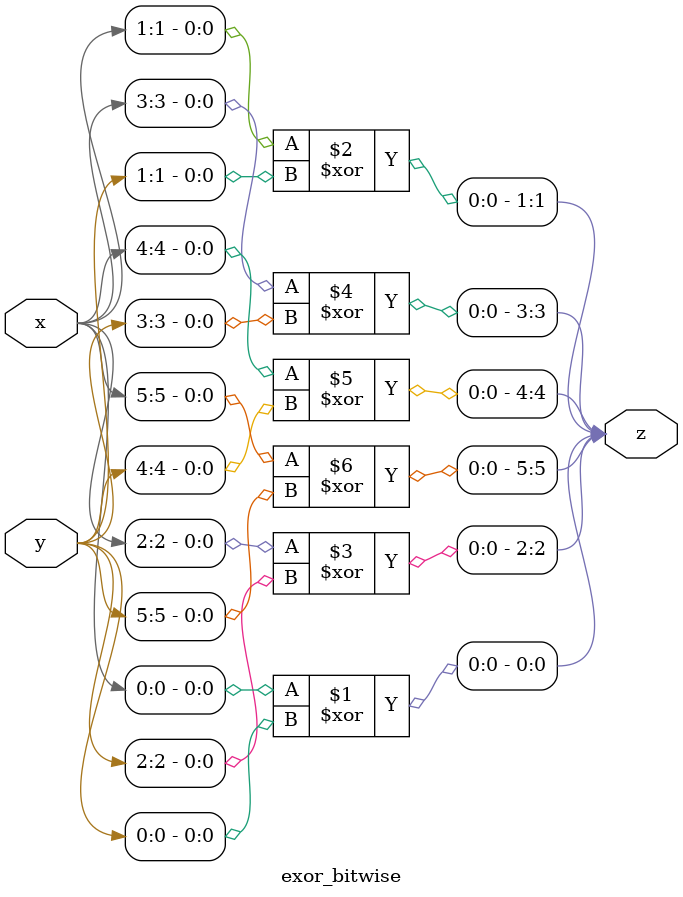
<source format=v>
`timescale 1ns / 1ps

module exor_bitwise(
    input [5:0] x,//input 
    input [5:0] y,// input
    output [5:0] z // output
    );
    
    assign z[0] = x[0]^y[0];// bit wise exor ......also can perform simply in one line but it is ok
    assign z[1] = x[1]^y[1];
    assign z[2] = x[2]^y[2];
    assign z[3] = x[3]^y[3];
    assign z[4] = x[4]^y[4];
    assign z[5] = x[5]^y[5];
    
endmodule

</source>
